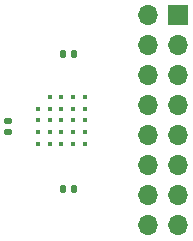
<source format=gbr>
%TF.GenerationSoftware,KiCad,Pcbnew,7.0.1-0*%
%TF.CreationDate,2023-05-08T09:26:49+02:00*%
%TF.ProjectId,KLST_SOIL,4b4c5354-5f53-44f4-994c-2e6b69636164,rev?*%
%TF.SameCoordinates,Original*%
%TF.FileFunction,Soldermask,Top*%
%TF.FilePolarity,Negative*%
%FSLAX46Y46*%
G04 Gerber Fmt 4.6, Leading zero omitted, Abs format (unit mm)*
G04 Created by KiCad (PCBNEW 7.0.1-0) date 2023-05-08 09:26:49*
%MOMM*%
%LPD*%
G01*
G04 APERTURE LIST*
G04 Aperture macros list*
%AMRoundRect*
0 Rectangle with rounded corners*
0 $1 Rounding radius*
0 $2 $3 $4 $5 $6 $7 $8 $9 X,Y pos of 4 corners*
0 Add a 4 corners polygon primitive as box body*
4,1,4,$2,$3,$4,$5,$6,$7,$8,$9,$2,$3,0*
0 Add four circle primitives for the rounded corners*
1,1,$1+$1,$2,$3*
1,1,$1+$1,$4,$5*
1,1,$1+$1,$6,$7*
1,1,$1+$1,$8,$9*
0 Add four rect primitives between the rounded corners*
20,1,$1+$1,$2,$3,$4,$5,0*
20,1,$1+$1,$4,$5,$6,$7,0*
20,1,$1+$1,$6,$7,$8,$9,0*
20,1,$1+$1,$8,$9,$2,$3,0*%
G04 Aperture macros list end*
%ADD10RoundRect,0.140000X0.140000X0.170000X-0.140000X0.170000X-0.140000X-0.170000X0.140000X-0.170000X0*%
%ADD11RoundRect,0.140000X-0.140000X-0.170000X0.140000X-0.170000X0.140000X0.170000X-0.140000X0.170000X0*%
%ADD12R,1.700000X1.700000*%
%ADD13O,1.700000X1.700000*%
%ADD14RoundRect,0.140000X0.170000X-0.140000X0.170000X0.140000X-0.170000X0.140000X-0.170000X-0.140000X0*%
%ADD15C,0.370000*%
G04 APERTURE END LIST*
D10*
%TO.C,C1*%
X133180000Y-94400000D03*
X132220000Y-94400000D03*
%TD*%
D11*
%TO.C,C3*%
X132220000Y-105800000D03*
X133180000Y-105800000D03*
%TD*%
D12*
%TO.C,J1*%
X142000000Y-91100000D03*
D13*
X139460000Y-91100000D03*
X142000000Y-93640000D03*
X139460000Y-93640000D03*
X142000000Y-96180000D03*
X139460000Y-96180000D03*
X142000000Y-98720000D03*
X139460000Y-98720000D03*
X142000000Y-101260000D03*
X139460000Y-101260000D03*
X142000000Y-103800000D03*
X139460000Y-103800000D03*
X142000000Y-106340000D03*
X139460000Y-106340000D03*
X142000000Y-108880000D03*
X139460000Y-108880000D03*
%TD*%
D14*
%TO.C,C2*%
X127600000Y-100980000D03*
X127600000Y-100020000D03*
%TD*%
D15*
%TO.C,U2*%
X131100000Y-98000000D03*
X132100000Y-98000000D03*
X133100000Y-98000000D03*
X134100000Y-98000000D03*
X130100000Y-99000000D03*
X131100000Y-99000000D03*
X132100000Y-99000000D03*
X133100000Y-99000000D03*
X134100000Y-99000000D03*
X130100000Y-100000000D03*
X131100000Y-100000000D03*
X132100000Y-100000000D03*
X133100000Y-100000000D03*
X134100000Y-100000000D03*
X130100000Y-101000000D03*
X131100000Y-101000000D03*
X132100000Y-101000000D03*
X133100000Y-101000000D03*
X134100000Y-101000000D03*
X130100000Y-102000000D03*
X131100000Y-102000000D03*
X132100000Y-102000000D03*
X133100000Y-102000000D03*
X134100000Y-102000000D03*
%TD*%
M02*

</source>
